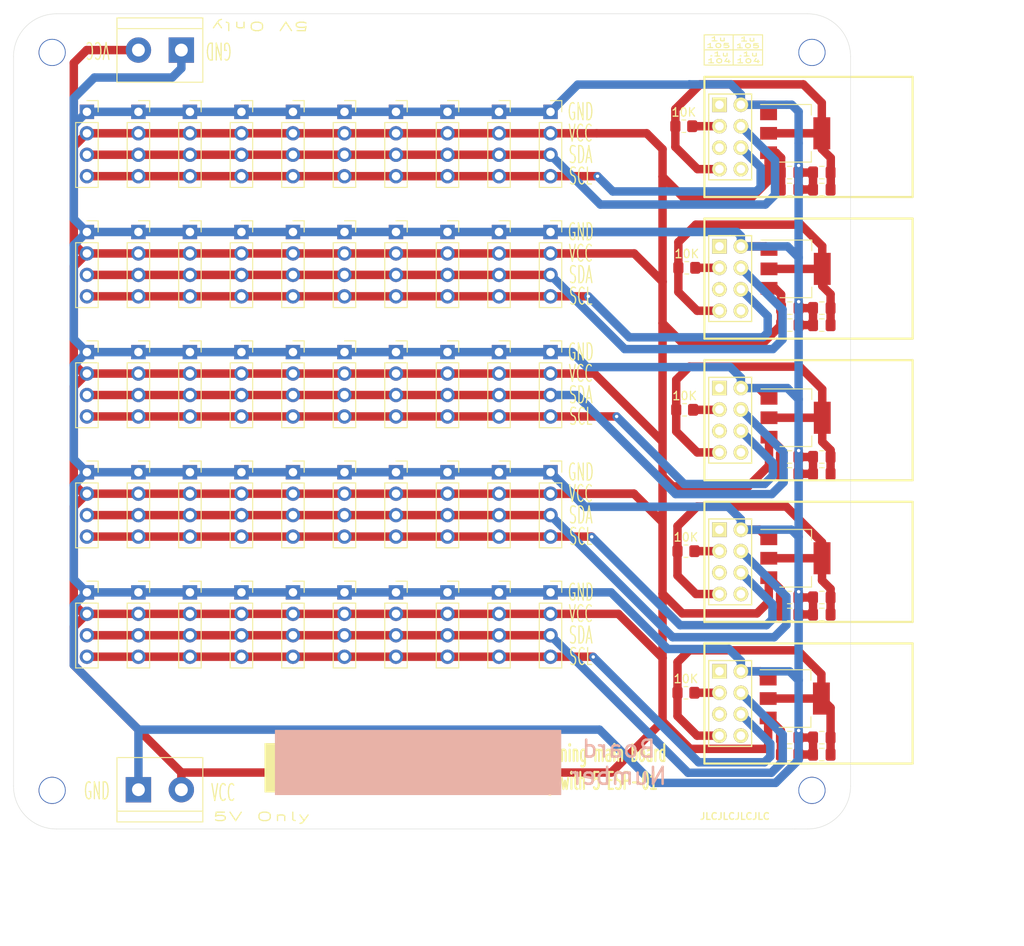
<source format=kicad_pcb>
(kicad_pcb (version 20211014) (generator pcbnew)
  (layers (0 "F.Cu" signal) (31 "B.Cu" signal) (34 "B.Paste" user) (35 "F.Paste" user) (36 "B.SilkS" user "B.Silkscreen") (37 "F.SilkS" user "F.Silkscreen") (38 "B.Mask" user) (39 "F.Mask" user) (44 "Edge.Cuts" user))
  (net 0 "")
  (net 1 "VCC")
  (net 2 "GND")
  (net 3 "ESP01_~{3.3V}_01")
  (net 4 "ESP01_~{3.3V}_02")
  (net 5 "ESP01_~{3.3V}_03")
  (net 6 "ESP01_~{3.3V}_04")
  (net 7 "ESP01_~{3.3V}_05")
  (net 8 "ESP01_01_SCL")
  (net 9 "ESP01_01_SDA")
  (net 10 "ESP01_02_SCL")
  (net 11 "ESP01_02_SDA")
  (net 12 "ESP01_03_SCL")
  (net 13 "ESP01_03_SDA")
  (net 14 "ESP01_04_SCL")
  (net 15 "ESP01_04_SDA")
  (net 16 "ESP01_05_SCL")
  (net 17 "ESP01_05_SDA")
  (net 18 "Net-(R1-Pad1)")
  (net 19 "Net-(R2-Pad1)")
  (net 20 "Net-(R3-Pad1)")
  (net 21 "Net-(R4-Pad1)")
  (net 22 "Net-(R5-Pad1)")
  (net 23 "Net-(U1-Pad8)")
  (net 24 "Net-(U1-Pad5)")
  (net 25 "Net-(U2-Pad8)")
  (net 26 "Net-(U2-Pad5)")
  (net 27 "Net-(U3-Pad8)")
  (net 28 "Net-(U3-Pad5)")
  (net 29 "Net-(U4-Pad8)")
  (net 30 "Net-(U4-Pad5)")
  (net 31 "Net-(U5-Pad8)")
  (net 32 "Net-(U5-Pad5)")
  (net 33 "Net-(U1-Pad1)")
  (net 34 "Net-(U2-Pad1)")
  (net 35 "Net-(U3-Pad1)")
  (net 36 "Net-(U4-Pad1)")
  (net 37 "Net-(U5-Pad1)")
  (footprint "Connector_PinSocket_2.54mm:PinSocket_1x04_P2.54mm_Vertical" (layer "F.Cu") (at 229.6668 31.9278)
    (fp_text reference "J1" hide)
    (fp_text value "Conn_T84a")
  )
  (footprint "Connector_PinSocket_2.54mm:PinSocket_1x04_P2.54mm_Vertical" (layer "F.Cu") (at 223.5708 31.9278)
    (fp_text reference "J2" hide)
    (fp_text value "Conn_T84a")
  )
  (footprint "Connector_PinSocket_2.54mm:PinSocket_1x04_P2.54mm_Vertical" (layer "F.Cu") (at 217.4748 31.9278)
    (fp_text reference "J3" hide)
    (fp_text value "Conn_T84a")
  )
  (footprint "Connector_PinSocket_2.54mm:PinSocket_1x04_P2.54mm_Vertical" (layer "F.Cu") (at 211.3788 31.9278)
    (fp_text reference "J4" hide)
    (fp_text value "Conn_T84a")
  )
  (footprint "Connector_PinSocket_2.54mm:PinSocket_1x04_P2.54mm_Vertical" (layer "F.Cu") (at 205.2828 31.9278)
    (fp_text reference "J5" hide)
    (fp_text value "Conn_T84a")
  )
  (footprint "Connector_PinSocket_2.54mm:PinSocket_1x04_P2.54mm_Vertical" (layer "F.Cu") (at 199.1868 31.9278)
    (fp_text reference "J6" hide)
    (fp_text value "Conn_T84a")
  )
  (footprint "Connector_PinSocket_2.54mm:PinSocket_1x04_P2.54mm_Vertical" (layer "F.Cu") (at 193.0908 31.9278)
    (fp_text reference "J7" hide)
    (fp_text value "Conn_T84a")
  )
  (footprint "Connector_PinSocket_2.54mm:PinSocket_1x04_P2.54mm_Vertical" (layer "F.Cu") (at 186.9948 31.9278)
    (fp_text reference "J8" hide)
    (fp_text value "Conn_T84a")
  )
  (footprint "Connector_PinSocket_2.54mm:PinSocket_1x04_P2.54mm_Vertical" (layer "F.Cu") (at 180.8988 31.9278)
    (fp_text reference "J9" hide)
    (fp_text value "Conn_T84a")
  )
  (footprint "Connector_PinSocket_2.54mm:PinSocket_1x04_P2.54mm_Vertical" (layer "F.Cu") (at 174.8028 31.9278)
    (fp_text reference "J10" hide)
    (fp_text value "Conn_T84a")
  )
  (footprint "Connector_PinSocket_2.54mm:PinSocket_1x04_P2.54mm_Vertical" (layer "F.Cu") (at 229.6668 46.1518)
    (fp_text reference "J12" hide)
    (fp_text value "Conn_T84a")
  )
  (footprint "Connector_PinSocket_2.54mm:PinSocket_1x04_P2.54mm_Vertical" (layer "F.Cu") (at 223.5708 46.1518)
    (fp_text reference "J13" hide)
    (fp_text value "Conn_T84a")
  )
  (footprint "Connector_PinSocket_2.54mm:PinSocket_1x04_P2.54mm_Vertical" (layer "F.Cu") (at 217.4748 46.1518)
    (fp_text reference "J14" hide)
    (fp_text value "Conn_T84a")
  )
  (footprint "Connector_PinSocket_2.54mm:PinSocket_1x04_P2.54mm_Vertical" (layer "F.Cu") (at 211.3788 46.1518)
    (fp_text reference "J15" hide)
    (fp_text value "Conn_T84a")
  )
  (footprint "Connector_PinSocket_2.54mm:PinSocket_1x04_P2.54mm_Vertical" (layer "F.Cu") (at 205.2828 46.1518)
    (fp_text reference "J16" hide)
    (fp_text value "Conn_T84a")
  )
  (footprint "Connector_PinSocket_2.54mm:PinSocket_1x04_P2.54mm_Vertical" (layer "F.Cu") (at 199.1868 46.1518)
    (fp_text reference "J17" hide)
    (fp_text value "Conn_T84a")
  )
  (footprint "Connector_PinSocket_2.54mm:PinSocket_1x04_P2.54mm_Vertical" (layer "F.Cu") (at 193.0908 46.1518)
    (fp_text reference "J18" hide)
    (fp_text value "Conn_T84a")
  )
  (footprint "Connector_PinSocket_2.54mm:PinSocket_1x04_P2.54mm_Vertical" (layer "F.Cu") (at 186.9948 46.1518)
    (fp_text reference "J19" hide)
    (fp_text value "Conn_T84a")
  )
  (footprint "Connector_PinSocket_2.54mm:PinSocket_1x04_P2.54mm_Vertical" (layer "F.Cu") (at 180.8988 46.1518)
    (fp_text reference "J20" hide)
    (fp_text value "Conn_T84a")
  )
  (footprint "Connector_PinSocket_2.54mm:PinSocket_1x04_P2.54mm_Vertical" (layer "F.Cu") (at 174.8028 46.1518)
    (fp_text reference "J21" hide)
    (fp_text value "Conn_T84a")
  )
  (footprint "Connector_PinSocket_2.54mm:PinSocket_1x04_P2.54mm_Vertical" (layer "F.Cu") (at 229.6668 60.3758)
    (fp_text reference "J23" hide)
    (fp_text value "Conn_T84a")
  )
  (footprint "Connector_PinSocket_2.54mm:PinSocket_1x04_P2.54mm_Vertical" (layer "F.Cu") (at 223.5708 60.3758)
    (fp_text reference "J24" hide)
    (fp_text value "Conn_T84a")
  )
  (footprint "Connector_PinSocket_2.54mm:PinSocket_1x04_P2.54mm_Vertical" (layer "F.Cu") (at 217.4748 60.3758)
    (fp_text reference "J25" hide)
    (fp_text value "Conn_T84a")
  )
  (footprint "Connector_PinSocket_2.54mm:PinSocket_1x04_P2.54mm_Vertical" (layer "F.Cu") (at 211.3788 60.3758)
    (fp_text reference "J26" hide)
    (fp_text value "Conn_T84a")
  )
  (footprint "Connector_PinSocket_2.54mm:PinSocket_1x04_P2.54mm_Vertical" (layer "F.Cu") (at 205.2828 60.3758)
    (fp_text reference "J27" hide)
    (fp_text value "Conn_T84a")
  )
  (footprint "Connector_PinSocket_2.54mm:PinSocket_1x04_P2.54mm_Vertical" (layer "F.Cu") (at 199.1868 60.3758)
    (fp_text reference "J28" hide)
    (fp_text value "Conn_T84a")
  )
  (footprint "Connector_PinSocket_2.54mm:PinSocket_1x04_P2.54mm_Vertical" (layer "F.Cu") (at 193.0908 60.3758)
    (fp_text reference "J29" hide)
    (fp_text value "Conn_T84a")
  )
  (footprint "Connector_PinSocket_2.54mm:PinSocket_1x04_P2.54mm_Vertical" (layer "F.Cu") (at 186.9948 60.3758)
    (fp_text reference "J30" hide)
    (fp_text value "Conn_T84a")
  )
  (footprint "Connector_PinSocket_2.54mm:PinSocket_1x04_P2.54mm_Vertical" (layer "F.Cu") (at 180.8988 60.3758)
    (fp_text reference "J31" hide)
    (fp_text value "Conn_T84a")
  )
  (footprint "Connector_PinSocket_2.54mm:PinSocket_1x04_P2.54mm_Vertical" (layer "F.Cu") (at 174.8028 60.3758)
    (fp_text reference "J32" hide)
    (fp_text value "Conn_T84a")
  )
  (footprint "Connector_PinSocket_2.54mm:PinSocket_1x04_P2.54mm_Vertical" (layer "F.Cu") (at 229.6668 74.5998)
    (fp_text reference "J34" hide)
    (fp_text value "Conn_T84a")
  )
  (footprint "Connector_PinSocket_2.54mm:PinSocket_1x04_P2.54mm_Vertical" (layer "F.Cu") (at 223.5708 74.5998)
    (fp_text reference "J35" hide)
    (fp_text value "Conn_T84a")
  )
  (footprint "Connector_PinSocket_2.54mm:PinSocket_1x04_P2.54mm_Vertical" (layer "F.Cu") (at 217.4748 74.5998)
    (fp_text reference "J36" hide)
    (fp_text value "Conn_T84a")
  )
  (footprint "Connector_PinSocket_2.54mm:PinSocket_1x04_P2.54mm_Vertical" (layer "F.Cu") (at 211.3788 74.5998)
    (fp_text reference "J37" hide)
    (fp_text value "Conn_T84a")
  )
  (footprint "Connector_PinSocket_2.54mm:PinSocket_1x04_P2.54mm_Vertical" (layer "F.Cu") (at 205.2828 74.5998)
    (fp_text reference "J38" hide)
    (fp_text value "Conn_T84a")
  )
  (footprint "Connector_PinSocket_2.54mm:PinSocket_1x04_P2.54mm_Vertical" (layer "F.Cu") (at 199.1868 74.5998)
    (fp_text reference "J39" hide)
    (fp_text value "Conn_T84a")
  )
  (footprint "Connector_PinSocket_2.54mm:PinSocket_1x04_P2.54mm_Vertical" (layer "F.Cu") (at 193.0908 74.5998)
    (fp_text reference "J40" hide)
    (fp_text value "Conn_T84a")
  )
  (footprint "Connector_PinSocket_2.54mm:PinSocket_1x04_P2.54mm_Vertical" (layer "F.Cu") (at 186.9948 74.5998)
    (fp_text reference "J41" hide)
    (fp_text value "Conn_T84a")
  )
  (footprint "Connector_PinSocket_2.54mm:PinSocket_1x04_P2.54mm_Vertical" (layer "F.Cu") (at 180.8988 74.5998)
    (fp_text reference "J42" hide)
    (fp_text value "Conn_T84a")
  )
  (footprint "Connector_PinSocket_2.54mm:PinSocket_1x04_P2.54mm_Vertical" (layer "F.Cu") (at 174.8028 74.5998)
    (fp_text reference "J43" hide)
    (fp_text value "Conn_T84a")
  )
  (footprint "Connector_PinSocket_2.54mm:PinSocket_1x04_P2.54mm_Vertical" (layer "F.Cu") (at 229.6668 88.8238)
    (fp_text reference "J45" hide)
    (fp_text value "Conn_T84a")
  )
  (footprint "Connector_PinSocket_2.54mm:PinSocket_1x04_P2.54mm_Vertical" (layer "F.Cu") (at 223.5708 88.8238)
    (fp_text reference "J46" hide)
    (fp_text value "Conn_T84a")
  )
  (footprint "Connector_PinSocket_2.54mm:PinSocket_1x04_P2.54mm_Vertical" (layer "F.Cu") (at 217.4748 88.8238)
    (fp_text reference "J47" hide)
    (fp_text value "Conn_T84a")
  )
  (footprint "Connector_PinSocket_2.54mm:PinSocket_1x04_P2.54mm_Vertical" (layer "F.Cu") (at 211.3788 88.8238)
    (fp_text reference "J48" hide)
    (fp_text value "Conn_T84a")
  )
  (footprint "Connector_PinSocket_2.54mm:PinSocket_1x04_P2.54mm_Vertical" (layer "F.Cu") (at 205.2828 88.8238)
    (fp_text reference "J49" hide)
    (fp_text value "Conn_T84a")
  )
  (footprint "Connector_PinSocket_2.54mm:PinSocket_1x04_P2.54mm_Vertical" (layer "F.Cu") (at 199.1868 88.8238)
    (fp_text reference "J50" hide)
    (fp_text value "Conn_T84a")
  )
  (footprint "Connector_PinSocket_2.54mm:PinSocket_1x04_P2.54mm_Vertical" (layer "F.Cu") (at 193.0908 88.8238)
    (fp_text reference "J51" hide)
    (fp_text value "Conn_T84a")
  )
  (footprint "Connector_PinSocket_2.54mm:PinSocket_1x04_P2.54mm_Vertical" (layer "F.Cu") (at 186.9948 88.8238)
    (fp_text reference "J52" hide)
    (fp_text value "Conn_T84a")
  )
  (footprint "Connector_PinSocket_2.54mm:PinSocket_1x04_P2.54mm_Vertical" (layer "F.Cu") (at 180.8988 88.8238)
    (fp_text reference "J53" hide)
    (fp_text value "Conn_T84a")
  )
  (footprint "Connector_PinSocket_2.54mm:PinSocket_1x04_P2.54mm_Vertical" (layer "F.Cu") (at 174.8028 88.8238)
    (fp_text reference "J54" hide)
    (fp_text value "Conn_T84a")
  )
  (footprint "TerminalBlock:TerminalBlock_bornier-2_P5.08mm" (layer "F.Cu") (at 180.8988 112.1918)
    (fp_text reference "J56" hide)
    (fp_text value "Conn_Power")
  )
  (footprint "LOGO:Ham_FULL_LOGO" (layer "F.Cu") (at 199.6948 106.0958)
    (fp_text reference "REF**" hide)
    (fp_text value "Ham LOGO" hide)
  )
  (footprint "Capacitor_SMD:C_0805_2012Metric_Pad1.18x1.45mm_HandSolder" (layer "F.Cu") (at 257.9585 41.1226)
    (fp_text reference "C1" hide)
    (fp_text value "0.1u")
  )
  (footprint "Capacitor_SMD:C_0805_2012Metric_Pad1.18x1.45mm_HandSolder" (layer "F.Cu") (at 257.9624 39.116)
    (fp_text reference "C2" hide)
    (fp_text value "1u")
  )
  (footprint "Capacitor_SMD:C_0805_2012Metric_Pad1.18x1.45mm_HandSolder" (layer "F.Cu") (at 261.7724 39.116 180)
    (fp_text reference "C3" hide)
    (fp_text value "1u")
  )
  (footprint "Capacitor_SMD:C_0805_2012Metric_Pad1.18x1.45mm_HandSolder" (layer "F.Cu") (at 261.7724 41.1226 180)
    (fp_text reference "C4" hide)
    (fp_text value "0.1u")
  )
  (footprint "Capacitor_SMD:C_0805_2012Metric_Pad1.18x1.45mm_HandSolder" (layer "F.Cu") (at 257.9878 57.1754)
    (fp_text reference "C5" hide)
    (fp_text value "0.1u")
  )
  (footprint "Capacitor_SMD:C_0805_2012Metric_Pad1.18x1.45mm_HandSolder" (layer "F.Cu") (at 257.9878 55.1688)
    (fp_text reference "C6" hide)
    (fp_text value "1u")
  )
  (footprint "Capacitor_SMD:C_0805_2012Metric_Pad1.18x1.45mm_HandSolder" (layer "F.Cu") (at 261.7724 55.1688 180)
    (fp_text reference "C7" hide)
    (fp_text value "1u")
  )
  (footprint "Capacitor_SMD:C_0805_2012Metric_Pad1.18x1.45mm_HandSolder" (layer "F.Cu") (at 261.7724 57.1754 180)
    (fp_text reference "C8" hide)
    (fp_text value "0.1u")
  )
  (footprint "Capacitor_SMD:C_0805_2012Metric_Pad1.18x1.45mm_HandSolder" (layer "F.Cu") (at 257.9609 74.7929)
    (fp_text reference "C9" hide)
    (fp_text value "0.1u")
  )
  (footprint "Capacitor_SMD:C_0805_2012Metric_Pad1.18x1.45mm_HandSolder" (layer "F.Cu") (at 257.9624 72.7964)
    (fp_text reference "C10" hide)
    (fp_text value "1u")
  )
  (footprint "Capacitor_SMD:C_0805_2012Metric_Pad1.18x1.45mm_HandSolder" (layer "F.Cu") (at 261.7724 72.7964 180)
    (fp_text reference "C11" hide)
    (fp_text value "1u")
  )
  (footprint "Capacitor_SMD:C_0805_2012Metric_Pad1.18x1.45mm_HandSolder" (layer "F.Cu") (at 261.7724 74.803 180)
    (fp_text reference "C12" hide)
    (fp_text value "0.1u")
  )
  (footprint "Capacitor_SMD:C_0805_2012Metric_Pad1.18x1.45mm_HandSolder" (layer "F.Cu") (at 257.9624 91.44)
    (fp_text reference "C13" hide)
    (fp_text value "0.1u")
  )
  (footprint "Capacitor_SMD:C_0805_2012Metric_Pad1.18x1.45mm_HandSolder" (layer "F.Cu") (at 257.9624 89.4334)
    (fp_text reference "C14" hide)
    (fp_text value "1u")
  )
  (footprint "Capacitor_SMD:C_0805_2012Metric_Pad1.18x1.45mm_HandSolder" (layer "F.Cu") (at 261.7724 89.4334 180)
    (fp_text reference "C15" hide)
    (fp_text value "1u")
  )
  (footprint "Capacitor_SMD:C_0805_2012Metric_Pad1.18x1.45mm_HandSolder" (layer "F.Cu") (at 261.7724 91.44 180)
    (fp_text reference "C16" hide)
    (fp_text value "0.1u")
  )
  (footprint "Capacitor_SMD:C_0805_2012Metric_Pad1.18x1.45mm_HandSolder" (layer "F.Cu") (at 257.9624 108.0262)
    (fp_text reference "C17" hide)
    (fp_text value "0.1u")
  )
  (footprint "Capacitor_SMD:C_0805_2012Metric_Pad1.18x1.45mm_HandSolder" (layer "F.Cu") (at 257.9691 106.0205)
    (fp_text reference "C18" hide)
    (fp_text value "1u")
  )
  (footprint "Capacitor_SMD:C_0805_2012Metric_Pad1.18x1.45mm_HandSolder" (layer "F.Cu") (at 261.7724 106.0196 180)
    (fp_text reference "C19" hide)
    (fp_text value "1u")
  )
  (footprint "Capacitor_SMD:C_0805_2012Metric_Pad1.18x1.45mm_HandSolder" (layer "F.Cu") (at 261.7724 108.0262 180)
    (fp_text reference "C20" hide)
    (fp_text value "0.1u")
  )
  (footprint "TerminalBlock:TerminalBlock_bornier-2_P5.08mm" (layer "F.Cu") (at 185.9788 24.6126 180)
    (fp_text reference "J57" hide)
    (fp_text value "Conn_Power")
  )
  (footprint "Resistor_SMD:R_0805_2012Metric_Pad1.20x1.40mm_HandSolder" (layer "F.Cu") (at 245.4402 33.6296 180)
    (fp_text reference "R1" hide)
    (fp_text value "10K")
  )
  (footprint "Resistor_SMD:R_0805_2012Metric_Pad1.20x1.40mm_HandSolder" (layer "F.Cu") (at 245.7958 50.3936 180)
    (fp_text reference "R2" hide)
    (fp_text value "10K")
  )
  (footprint "Resistor_SMD:R_0805_2012Metric_Pad1.20x1.40mm_HandSolder" (layer "F.Cu") (at 245.5418 67.2084 180)
    (fp_text reference "R3" hide)
    (fp_text value "10K")
  )
  (footprint "Resistor_SMD:R_0805_2012Metric_Pad1.20x1.40mm_HandSolder" (layer "F.Cu") (at 245.6942 83.947 180)
    (fp_text reference "R4" hide)
    (fp_text value "10K")
  )
  (footprint "Resistor_SMD:R_0805_2012Metric_Pad1.20x1.40mm_HandSolder" (layer "F.Cu") (at 245.6942 100.711 180)
    (fp_text reference "R5" hide)
    (fp_text value "10K")
  )
  (footprint "ESP8266:ESP-01" (layer "F.Cu") (at 249.6566 31.0896)
    (fp_text reference "U1" hide)
    (fp_text value "ESP-01v090")
  )
  (footprint "ESP8266:ESP-01" (layer "F.Cu") (at 249.6566 47.85995)
    (fp_text reference "U2" hide)
    (fp_text value "ESP-01v090")
  )
  (footprint "ESP8266:ESP-01" (layer "F.Cu") (at 249.6566 64.6303)
    (fp_text reference "U3" hide)
    (fp_text value "ESP-01v090")
  )
  (footprint "ESP8266:ESP-01" (layer "F.Cu") (at 249.6566 81.40065)
    (fp_text reference "U4" hide)
    (fp_text value "ESP-01v090")
  )
  (footprint "ESP8266:ESP-01" (layer "F.Cu") (at 249.6566 98.171)
    (fp_text reference "U5" hide)
    (fp_text value "ESP-01v090")
  )
  (footprint "Package_TO_SOT_SMD:SOT-223-3_TabPin2" (layer "F.Cu") (at 258.6228 34.4678)
    (fp_text reference "U6" hide)
    (fp_text value "AMS1117-3.3")
  )
  (footprint "Package_TO_SOT_SMD:SOT-223-3_TabPin2" (layer "F.Cu") (at 258.6736 50.5206)
    (fp_text reference "U7" hide)
    (fp_text value "AMS1117-3.3")
  )
  (footprint "Package_TO_SOT_SMD:SOT-223-3_TabPin2" (layer "F.Cu") (at 258.6736 68.1482)
    (fp_text reference "U8" hide)
    (fp_text value "AMS1117-3.3")
  )
  (footprint "Package_TO_SOT_SMD:SOT-223-3_TabPin2" (layer "F.Cu") (at 258.6482 84.7852)
    (fp_text reference "U9" hide)
    (fp_text value "AMS1117-3.3")
  )
  (footprint "Package_TO_SOT_SMD:SOT-223-3_TabPin2" (layer "F.Cu") (at 258.572 101.3968)
    (fp_text reference "U10" hide)
    (fp_text value "AMS1117-3.3")
  )
  (gr_poly (pts (xy 230.886 112.776) (xy 197.104 112.776) (xy 197.104 105.156) (xy 230.886 105.156)) (layer "B.SilkS") (width 0.1) (fill solid))
  (gr_line (start 247.8532 26.3906) (end 247.8532 22.8092) (layer "F.SilkS") (width 0.12))
  (gr_line (start 247.8532 22.8092) (end 254.762 22.8092) (layer "F.SilkS") (width 0.12))
  (gr_line (start 251.2822 22.8092) (end 251.2822 26.3906) (layer "F.SilkS") (width 0.12))
  (gr_line (start 254.762 26.3906) (end 247.8532 26.3906) (layer "F.SilkS") (width 0.12))
  (gr_line (start 247.8532 24.5872) (end 254.762 24.5872) (layer "F.SilkS") (width 0.12))
  (gr_line (start 254.762 22.8092) (end 254.762 26.3906) (layer "F.SilkS") (width 0.12))
  (gr_arc (start 171.196 116.84) (mid 167.603898 115.352102) (end 166.116 111.76) (layer "Edge.Cuts") (width 0.05))
  (gr_arc (start 265.176 111.76) (mid 263.688102 115.352102) (end 260.096 116.84) (layer "Edge.Cuts") (width 0.05))
  (gr_arc (start 166.116 25.4) (mid 167.603898 21.807898) (end 171.196 20.32) (layer "Edge.Cuts") (width 0.05))
  (gr_line (start 258.572 116.84) (end 171.196 116.84) (layer "Edge.Cuts") (width 0.05))
  (gr_line (start 265.176 111.76) (end 265.176 25.4) (layer "Edge.Cuts") (width 0.05))
  (gr_line (start 258.572 116.84) (end 260.096 116.84) (layer "Edge.Cuts") (width 0.05))
  (gr_arc (start 260.096 20.32) (mid 263.688102 21.807898) (end 265.176 25.4) (layer "Edge.Cuts") (width 0.05))
  (gr_line (start 260.096 20.32) (end 171.196 20.32) (layer "Edge.Cuts") (width 0.05))
  (gr_line (start 166.116 111.76) (end 166.116 25.4) (layer "Edge.Cuts") (width 0.05))
  (gr_text "Board\nNumber" (at 237.744 108.966) (layer "B.SilkS") (effects (font (size 2 2) (thickness 0.3)) (justify mirror)))
  (gr_text "GND" (at 233.2508 88.8218) (layer "F.SilkS") (effects (font (size 2 1))))
  (gr_text "SDA" (at 233.2508 93.9018) (layer "F.SilkS") (effects (font (size 2 1))))
  (gr_text "SCL" (at 233.2508 96.4418) (layer "F.SilkS") (effects (font (size 2 1))))
  (gr_text "VCC" (at 233.2508 91.3618) (layer "F.SilkS") (effects (font (size 2 1))))
  (gr_text ".1u\n104" (at 253.0856 25.5016) (layer "F.SilkS") (effects (font (size 0.5 1) (thickness 0.125))))
  (gr_text "GND" (at 233.2228 31.9278) (layer "F.SilkS") (effects (font (size 2 1))))
  (gr_text "GND" (at 175.9712 112.3442) (layer "F.SilkS") (effects (font (size 2 1))))
  (gr_text "GND" (at 233.2508 46.1498) (layer "F.SilkS") (effects (font (size 2 1))))
  (gr_text "VCC" (at 233.2508 62.9138) (layer "F.SilkS") (effects (font (size 2 1))))
  (gr_text "SDA" (at 233.2228 37.0078) (layer "F.SilkS") (effects (font (size 2 1))))
  (gr_text "GND" (at 190.3984 24.7101 180) (layer "F.SilkS") (effects (font (size 2 1))))
  (gr_text "JLCJLCJLCJLC" (at 251.4854 115.3414) (layer "F.SilkS") (effects (font (size 0.8 0.8))))
  (gr_text ".1u\n104" (at 249.6312 25.5016) (layer "F.SilkS") (effects (font (size 0.5 1) (thickness 0.125))))
  (gr_text "SDA" (at 233.2508 79.6778) (layer "F.SilkS") (effects (font (size 2 1))))
  (gr_text "SDA" (at 233.2508 65.4538) (layer "F.SilkS") (effects (font (size 2 1))))
  (gr_text "SCL" (at 233.2508 53.7698) (layer "F.SilkS") (effects (font (size 2 1))))
  (gr_text "50 blade multi-core mining main board" (at 227.8888 107.8738) (layer "F.SilkS") (effects (font (size 2 1) (thickness 0.25))))
  (gr_text "GND" (at 233.2508 60.3738) (layer "F.SilkS") (effects (font (size 2 1))))
  (gr_text "VCC" (at 190.9318 112.5474) (layer "F.SilkS") (effects (font (size 2 1))))
  (gr_text "VCC" (at 233.2508 48.6898) (layer "F.SilkS") (effects (font (size 2 1))))
  (gr_text "GND" (at 233.2508 74.5978) (layer "F.SilkS") (effects (font (size 2 1))))
  (gr_text "VCC" (at 233.2228 34.4678) (layer "F.SilkS") (effects (font (size 2 1))))
  (gr_text "Max 50 Core to mining with 5 ESP-01" (at 227.3808 111.1758) (layer "F.SilkS") (effects (font (size 2 1) (thickness 0.25))))
  (gr_text "SCL" (at 233.2508 82.2178) (layer "F.SilkS") (effects (font (size 2 1))))
  (gr_text "VCC" (at 233.2508 77.1378) (layer "F.SilkS") (effects (font (size 2 1))))
  (gr_text "SCL" (at 233.2228 39.5478) (layer "F.SilkS") (effects (font (size 2 1))))
  (gr_text "VCC" (at 176.0728 24.638 180) (layer "F.SilkS") (effects (font (size 2 1))))
  (gr_text "1u\n105" (at 249.5296 23.6982) (layer "F.SilkS") (effects (font (size 0.5 1) (thickness 0.125))))
  (gr_text "5V Only" (at 195.453 115.3922) (layer "F.SilkS") (effects (font (size 1 2))))
  (gr_text "5V Only" (at 195.3006 21.7678 180) (layer "F.SilkS") (effects (font (size 1 2))))
  (gr_text "1u\n105" (at 253.0348 23.7236) (layer "F.SilkS") (effects (font (size 0.5 1) (thickness 0.125))))
  (gr_text "SCL" (at 233.2508 67.9938) (layer "F.SilkS") (effects (font (size 2 1))))
  (gr_text "SDA" (at 233.2508 51.2298) (layer "F.SilkS") (effects (font (size 2 1))))
  (via (at 260.604 24.892) (size 3.2) (drill 3) (layers "F.Cu" "B.Cu") (net 0))
  (via (at 170.688 24.892) (size 3.2) (drill 3) (layers "F.Cu" "B.Cu") (net 0))
  (via (at 260.604 112.268) (size 3.2) (drill 3) (layers "F.Cu" "B.Cu") (net 0))
  (via (at 170.688 112.268) (size 3.2) (drill 3) (layers "F.Cu" "B.Cu") (net 0))
  (segment (start 173.252799 78.689801) (end 173.252799 90.233801) (width 1) (layer "F.Cu") (net 1))
  (segment (start 255.5236 73.8128) (end 253.0602 76.2762) (width 1) (layer "F.Cu") (net 1))
  (segment (start 254.7913 59.3344) (end 245.3132 59.3344) (width 1) (layer "F.Cu") (net 1))
  (segment (start 256.9249 89.4334) (end 256.9249 91.44) (width 1) (layer "F.Cu") (net 1))
  (segment (start 174.8028 77.1398) (end 229.6668 77.1398) (width 1) (layer "F.Cu") (net 1))
  (segment (start 174.382798 91.3638) (end 174.8028 91.3638) (width 1) (layer "F.Cu") (net 1))
  (segment (start 256.9316 106.0205) (end 256.9316 108.0195) (width 1) (layer "F.Cu") (net 1))
  (segment (start 173.252799 97.433799) (end 185.9788 110.1598) (width 1) (layer "F.Cu") (net 1))
  (segment (start 256.2238 52.8206) (end 256.9503 53.5471) (width 1) (layer "F.Cu") (net 1))
  (segment (start 174.8028 34.4678) (end 229.6668 34.4678) (width 1) (layer "F.Cu") (net 1))
  (segment (start 173.252799 36.017801) (end 173.252799 26.137201) (width 1) (layer "F.Cu") (net 1))
  (segment (start 245.2624 91.313) (end 242.9256 88.9762) (width 1) (layer "F.Cu") (net 1))
  (segment (start 174.8028 77.1398) (end 173.252799 78.689801) (width 1) (layer "F.Cu") (net 1))
  (segment (start 235.1278 34.4678) (end 229.6668 34.4678) (width 1) (layer "F.Cu") (net 1))
  (segment (start 253.0602 76.2762) (end 244.1194 76.2762) (width 1) (layer "F.Cu") (net 1))
  (segment (start 242.7732 70.8406) (end 234.8484 62.9158) (width 1) (layer "F.Cu") (net 1))
  (segment (start 173.252799 61.785801) (end 174.382798 62.9158) (width 1) (layer "F.Cu") (net 1))
  (segment (start 256.9249 37.3673) (end 256.9249 39.116) (width 1) (layer "F.Cu") (net 1))
  (segment (start 232.283 77.1398) (end 229.6668 77.1398) (width 1) (layer "F.Cu") (net 1))
  (segment (start 174.382798 77.1398) (end 174.8028 77.1398) (width 1) (layer "F.Cu") (net 1))
  (segment (start 255.422 103.6968) (end 255.422 107.1376) (width 1) (layer "F.Cu") (net 1))
  (segment (start 245.3132 59.3344) (end 242.9256 56.9468) (width 1) (layer "F.Cu") (net 1))
  (segment (start 174.8028 91.3638) (end 217.228802 91.3638) (width 1) (layer "F.Cu") (net 1))
  (segment (start 256.9503 53.5471) (end 256.9503 55.1688) (width 1) (layer "F.Cu") (net 1))
  (segment (start 242.9256 75.0824) (end 242.9256 56.9468) (width 1) (layer "F.Cu") (net 1))
  (segment (start 239.5728 48.6918) (end 242.9256 52.0446) (width 1) (layer "F.Cu") (net 1))
  (segment (start 174.8028 34.4678) (end 173.252799 36.017801) (width 1) (layer "F.Cu") (net 1))
  (segment (start 174.8028 62.9158) (end 173.252799 64.465801) (width 1) (layer "F.Cu") (net 1))
  (segment (start 255.4728 40.0562) (end 255.4728 36.7678) (width 1) (layer "F.Cu") (net 1))
  (segment (start 255.5236 52.8206) (end 256.2238 52.8206) (width 1) (layer "F.Cu") (net 1))
  (segment (start 239.5474 77.1398) (end 232.283 77.1398) (width 1) (layer "F.Cu") (net 1))
  (segment (start 242.9256 52.0446) (end 242.9256 39.5986) (width 1) (layer "F.Cu") (net 1))
  (segment (start 174.8028 48.6918) (end 173.252799 50.241801) (width 1) (layer "F.Cu") (net 1))
  (segment (start 255.4728 36.7678) (end 256.3508 36.7678) (width 1) (layer "F.Cu") (net 1))
  (segment (start 255.4982 89.9164) (end 254.1016 91.313) (width 1) (layer "F.Cu") (net 1))
  (segment (start 256.9316 106.0205) (end 256.9316 105.2064) (width 1) (layer "F.Cu") (net 1))
  (segment (start 256.9249 89.4334) (end 256.9249 88.5119) (width 1) (layer "F.Cu") (net 1))
  (segment (start 174.8028 91.3638) (end 173.252799 92.913801) (width 1) (layer "F.Cu") (net 1))
  (segment (start 245.4402 42.1132) (end 242.9256 39.5986) (width 1) (layer "F.Cu") (net 1))
  (segment (start 255.422 107.1376) (end 255.204999 107.354601) (width 1) (layer "F.Cu") (net 1))
  (segment (start 173.252799 76.009801) (end 174.382798 77.1398) (width 1) (layer "F.Cu") (net 1))
  (segment (start 256.9249 39.116) (end 256.9249 41.1187) (width 1) (layer "F.Cu") (net 1))
  (segment (start 173.252799 47.561801) (end 174.382798 48.6918) (width 1) (layer "F.Cu") (net 1))
  (segment (start 217.228802 91.3638) (end 229.6668 91.3638) (width 1) (layer "F.Cu") (net 1))
  (segment (start 256.9503 57.1754) (end 254.7913 59.3344) (width 1) (layer "F.Cu") (net 1))
  (segment (start 229.6668 48.6918) (end 239.5728 48.6918) (width 1) (layer "F.Cu") (net 1))
  (segment (start 254.1016 91.313) (end 245.2624 91.313) (width 1) (layer "F.Cu") (net 1))
  (segment (start 242.9256 56.9468) (end 242.9256 52.0446) (width 1) (layer "F.Cu") (net 1))
  (segment (start 256.9249 71.8495) (end 255.5236 70.4482) (width 1) (layer "F.Cu") (net 1))
  (segment (start 256.9316 105.2064) (end 255.422 103.6968) (width 1) (layer "F.Cu") (net 1))
  (segment (start 255.4982 87.0852) (end 255.4982 89.9164) (width 1) (layer "F.Cu") (net 1))
  (segment (start 256.9249 88.5119) (end 255.4982 87.0852) (width 1) (layer "F.Cu") (net 1))
  (segment (start 256.9316 108.0195) (end 256.9249 108.0262) (width 1) (layer "F.Cu") (net 1))
  (segment (start 232.7148 62.9158) (end 174.8028 62.9158) (width 1) (layer "F.Cu") (net 1))
  (segment (start 173.252799 92.913801) (end 173.252799 97.433799) (width 1) (layer "F.Cu") (net 1))
  (segment (start 229.6668 48.6918) (end 230.868881 48.6918) (width 1) (layer "F.Cu") (net 1))
  (segment (start 256.9503 41.1187) (end 256.9464 41.1226) (width 1) (layer "F.Cu") (net 1))
  (segment (start 256.9249 74.7914) (end 256.9234 74.7929) (width 1) (layer "F.Cu") (net 1))
  (segment (start 256.3508 36.7678) (end 256.9503 37.3673) (width 1) (layer "F.Cu") (net 1))
  (segment (start 242.9256 96.5962) (end 237.6932 91.3638) (width 1) (layer "F.Cu") (net 1))
  (segment (start 173.252799 90.233801) (end 174.382798 91.3638) (width 1) (layer "F.Cu") (net 1))
  (segment (start 256.9249 72.7964) (end 256.9249 74.7914) (width 1) (layer "F.Cu") (net 1))
  (segment (start 242.9256 96.5962) (end 242.9256 88.9762) (width 1) (layer "F.Cu") (net 1))
  (segment (start 173.252799 64.465801) (end 173.252799 76.009801) (width 1) (layer "F.Cu") (net 1))
  (segment (start 242.9256 36.3474) (end 241.046 34.4678) (width 1) (layer "F.Cu") (net 1))
  (segment (start 234.8484 62.9158) (end 232.7148 62.9158) (width 1) (layer "F.Cu") (net 1))
  (segment (start 242.7732 80.3656) (end 239.5474 77.1398) (width 1) (layer "F.Cu") (net 1))
  (segment (start 256.9503 55.1688) (end 256.9503 57.1754) (width 1) (layer "F.Cu") (net 1))
  (segment (start 229.6668 91.3638) (end 232.7148 91.3638) (width 1) (layer "F.Cu") (net 1))
  (segment (start 242.9256 88.9762) (end 242.9256 75.0824) (width 1) (layer "F.Cu") (net 1))
  (segment (start 256.9503 41.0933) (end 256.9503 37.3673) (width 1) (layer "F.Cu") (net 1))
  (segment (start 255.204999 107.354601) (end 246.191001 107.354601) (width 1) (layer "F.Cu") (net 1))
  (segment (start 244.1194 76.2762) (end 242.9256 75.0824) (width 1) (layer "F.Cu") (net 1))
  (segment (start 174.7774 24.6126) (end 180.8988 24.6126) (width 1) (layer "F.Cu") (net 1))
  (segment (start 242.9256 104.0892) (end 242.9256 96.5962) (width 1) (layer "F.Cu") (net 1))
  (segment (start 229.6668 77.1398) (end 239.5474 77.1398) (width 1) (layer "F.Cu") (net 1))
  (segment (start 174.382798 62.9158) (end 174.8028 62.9158) (width 1) (layer "F.Cu") (net 1))
  (segment (start 256.921 41.1226) (end 256.9503 41.0933) (width 1) (layer "F.Cu") (net 1))
  (segment (start 174.8028 48.6918) (end 229.6668 48.6918) (width 1) (layer "F.Cu") (net 1))
  (segment (start 185.9788 110.1598) (end 185.9788 112.1918) (width 1) (layer "F.Cu") (net 1))
  (segment (start 173.252799 36.017801) (end 173.252799 47.561801) (width 1) (layer "F.Cu") (net 1))
  (segment (start 219.1258 110.1598) (end 236.855 110.1598) (width 1) (layer "F.Cu") (net 1))
  (segment (start 242.9256 39.5986) (end 242.9256 36.3474) (width 1) (layer "F.Cu") (net 1))
  (segment (start 255.5236 70.4482) (end 255.5236 73.8128) (width 1) (layer "F.Cu") (net 1))
  (segment (start 241.046 34.4678) (end 235.1278 34.4678) (width 1) (layer "F.Cu") (net 1))
  (segment (start 173.252799 50.241801) (end 173.252799 61.785801) (width 1) (layer "F.Cu") (net 1))
  (segment (start 256.9249 72.7964) (end 256.9249 71.8495) (width 1) (layer "F.Cu") (net 1))
  (segment (start 173.252799 26.137201) (end 174.7774 24.6126) (width 1) (layer "F.Cu") (net 1))
  (segment (start 174.382798 48.6918) (end 174.8028 48.6918) (width 1) (layer "F.Cu") (net 1))
  (segment (start 185.9788 110.1598) (end 219.1258 110.1598) (width 1) (layer "F.Cu") (net 1))
  (segment (start 237.6932 91.3638) (end 232.7148 91.3638) (width 1) (layer "F.Cu") (net 1))
  (segment (start 232.7148 77.1398) (end 232.283 77.1398) (width 1) (layer "F.Cu") (net 1))
  (segment (start 253.4158 42.1132) (end 255.4728 40.0562) (width 1) (layer "F.Cu") (net 1))
  (segment (start 236.855 110.1598) (end 242.9256 104.0892) (width 1) (layer "F.Cu") (net 1))
  (segment (start 246.191001 107.354601) (end 242.9256 104.0892) (width 1) (layer "F.Cu") (net 1))
  (segment (start 253.4158 42.1132) (end 245.4402 42.1132) (width 1) (layer "F.Cu") (net 1))
  (segment (start 259.0292 39.0867) (end 258.9999 39.116) (width 1) (layer "F.Cu") (net 2))
  (segment (start 258.9999 39.116) (end 258.9999 41.1187) (width 1) (layer "F.Cu") (net 2))
  (segment (start 258.9999 108.0262) (end 260.7349 108.0262) (width 1) (layer "F.Cu") (net 2))
  (segment (start 254.3057 64.6303) (end 255.5236 65.8482) (width 1) (layer "F.Cu") (net 2))
  (segment (start 260.7349 89.4334) (end 260.7349 91.44) (width 1) (layer "F.Cu") (net 2))
  (segment (start 260.7349 74.803) (end 260.7349 72.7964) (width 1) (layer "F.Cu") (net 2))
  (segment (start 258.9999 89.4334) (end 258.9999 91.44) (width 1) (layer "F.Cu") (net 2))
  (segment (start 259.0253 41.1187) (end 259.0214 41.1226) (width 1) (layer "F.Cu") (net 2))
  (segment (start 255.4728 32.1678) (end 255.4728 31.5972) (width 1) (layer "F.Cu") (net 2))
  (segment (start 259.0066 106.0205) (end 259.0066 108.0195) (width 1) (layer "F.Cu") (net 2))
  (segment (start 258.9999 72.7964) (end 258.9999 74.7914) (width 1) (layer "F.Cu") (net 2))
  (segment (start 258.996 41.1226) (end 260.7349 41.1226) (width 1) (layer "F.Cu") (net 2))
  (segment (start 255.4728 31.5972) (end 254.9652 31.0896) (width 1) (layer "F.Cu") (net 2))
  (segment (start 259.0066 106.0205) (end 260.734 106.0205) (width 1) (layer "F.Cu") (net 2))
  (segment (start 259.0066 108.0195) (end 258.9999 108.0262) (width 1) (layer "F.Cu") (net 2))
  (segment (start 258.9999 89.4334) (end 258.9999 88.7769) (width 1) (layer "F.Cu") (net 2))
  (segment (start 260.7349 39.116) (end 260.7349 41.1226) (width 1) (layer "F.Cu") (net 2))
  (segment (start 260.7349 106.0196) (end 260.7349 108.0262) (width 1) (layer "F.Cu") (net 2))
  (segment (start 254.9652 31.0896) (end 252.1966 31.0896) (width 1) (layer "F.Cu") (net 2))
  (segment (start 260.7349 91.44) (end 258.9999 91.44) (width 1) (layer "F.Cu") (net 2))
  (segment (start 259.0253 57.1754) (end 260.7349 57.1754) (width 1) (layer "F.Cu") (net 2))
  (segment (start 252.1966 98.171) (end 254.4962 98.171) (width 1) (layer "F.Cu") (net 2))
  (segment (start 259.0292 72.0344) (end 259.0292 72.7671) (width 1) (layer "F.Cu") (net 2))
  (segment (start 260.7349 55.1688) (end 260.7349 57.1754) (width 1) (layer "F.Cu") (net 2))
  (segment (start 252.1966 81.40065) (end 254.41365 81.40065) (width 1) (layer "F.Cu") (net 2))
  (segment (start 254.41365 81.40065) (end 255.4982 82.4852) (width 1) (layer "F.Cu") (net 2))
  (segment (start 259.0253 55.1688) (end 259.0253 57.1754) (width 1) (layer "F.Cu") (net 2))
  (segment (start 259.0292 54.4068) (end 259.0292 55.1649) (width 1) (layer "F.Cu") (net 2))
  (segment (start 260.7248 74.7929) (end 260.7349 74.803) (width 1) (layer "F.Cu") (net 2))
  (segment (start 254.4962 98.171) (end 255.422 99.0968) (width 1) (layer "F.Cu") (net 2))
  (segment (start 260.734 106.0205) (end 260.7349 106.0196) (width 1) (layer "F.Cu") (net 2))
  (segment (start 258.9999 74.7914) (end 258.9984 74.7929) (width 1) (layer "F.Cu") (net 2))
  (segment (start 260.7349 55.1688) (end 259.0253 55.1688) (width 1) (layer "F.Cu") (net 2))
  (segment (start 259.0292 72.7671) (end 258.9999 72.7964) (width 1) (layer "F.Cu") (net 2))
  (segment (start 259.0292 38.2778) (end 259.0292 39.0867) (width 1) (layer "F.Cu") (net 2))
  (segment (start 255.16295 47.85995) (end 255.5236 48.2206) (width 1) (layer "F.Cu") (net 2))
  (segment (start 258.9999 89.4334) (end 260.7349 89.4334) (width 1) (layer "F.Cu") (net 2))
  (segment (start 252.1966 47.85995) (end 255.16295 47.85995) (width 1) (layer "F.Cu") (net 2))
  (segment (start 258.9984 74.7929) (end 260.7248 74.7929) (width 1) (layer "F.Cu") (net 2))
  (segment (start 258.9999 88.7769) (end 259.0292 88.7476) (width 1) (layer "F.Cu") (net 2))
  (segment (start 258.9999 39.116) (end 260.7349 39.116) (width 1) (layer "F.Cu") (net 2))
  (segment (start 258.9999 72.7964) (end 260.7349 72.7964) (width 1) (layer "F.Cu") (net 2))
  (segment (start 259.0292 55.1649) (end 259.0253 55.1688) (width 1) (layer "F.Cu") (net 2))
  (segment (start 252.1966 64.6303) (end 254.3057 64.6303) (width 1) (layer "F.Cu") (net 2))
  (via (at 259.0292 72.0344) (size 0.8) (drill 0.4) (layers "F.Cu" "B.Cu") (net 2))
  (via (at 259.0292 54.4068) (size 0.8) (drill 0.4) (layers "F.Cu" "B.Cu") (net 2))
  (via (at 259.0292 38.2778) (size 0.8) (drill 0.4) (layers "F.Cu" "B.Cu") (net 2))
  (via (at 259.0292 88.7476) (size 0.8) (drill 0.4) (layers "F.Cu" "B.Cu") (net 2))
  (via (at 259.0292 105.1814) (size 0.8) (drill 0.4) (layers "F.Cu" "B.Cu") (net 2))
  (segment (start 259.0292 88.7476) (end 259.0292 99.2378) (width 1) (layer "B.Cu") (net 2))
  (segment (start 229.6668 60.3758) (end 232.2068 60.3758) (width 1) (layer "B.Cu") (net 2))
  (segment (start 252.1966 98.171) (end 257.9624 98.171) (width 1) (layer "B.Cu") (net 2))
  (segment (start 185.9788 26.7716) (end 185.9788 24.6126) (width 1) (layer "B.Cu") (net 2))
  (segment (start 174.8028 60.3758) (end 173.252799 61.925801) (width 1) (layer "B.Cu") (net 2))
  (segment (start 250.941414 62.1538) (end 252.1966 63.408986) (width 1) (layer "B.Cu") (net 2))
  (segment (start 252.1966 29.868286) (end 252.1966 31.0896) (width 1) (layer "B.Cu") (net 2))
  (segment (start 257.6957 64.6303) (end 259.0292 65.9638) (width 1) (layer "B.Cu") (net 2))
  (segment (start 241.76341 111.38521) (end 235.458 105.0798) (width 1) (layer "B.Cu") (net 2))
  (segment (start 252.1966 46.638636) (end 251.709764 46.1518) (width 1) (layer "B.Cu") (net 2))
  (segment (start 243.5352 95.5294) (end 250.776314 95.5294) (width 1) (layer "B.Cu") (net 2))
  (segment (start 173.252799 33.477801) (end 173.252799 30.302801) (width 1) (layer "B.Cu") (net 2))
  (segment (start 259.0292 31.9024) (end 259.0292 35.6362) (width 1) (layer "B.Cu") (net 2))
  (segment (start 173.252799 90.373801) (end 173.252799 97.433799) (width 1) (layer "B.Cu") (net 2))
  (segment (start 259.0292 54.4068) (end 259.0292 65.9638) (width 1) (layer "B.Cu") (net 2))
  (segment (start 173.252799 87.273799) (end 174.8028 88.8238) (width 1) (layer "B.Cu") (net 2))
  (segment (start 174.8028 88.8238) (end 173.252799 90.373801) (width 1) (layer "B.Cu") (net 2))
  (segment (start 257.71475 47.85995) (end 259.0292 49.1744) (width 1) (layer "B.Cu") (net 2))
  (segment (start 174.8028 74.5998) (end 229.6668 74.5998) (width 1) (layer "B.Cu") (net 2))
  (segment (start 173.252799 58.825799) (end 174.8028 60.3758) (width 1) (layer "B.Cu") (net 2))
  (segment (start 258.18465 81.40065) (end 259.0292 82.2452) (width 1) (layer "B.Cu") (net 2))
  (segment (start 229.6668 88.8238) (end 236.8296 88.8238) (width 1) (layer "B.Cu") (net 2))
  (segment (start 259.0292 99.2378) (end 259.0292 105.1814) (width 1) (layer "B.Cu") (net 2))
  (segment (start 252.1966 63.408986) (end 252.1966 64.6303) (width 1) (layer "B.Cu") (net 2))
  (segment (start 174.8028 88.8238) (end 229.6668 88.8238) (width 1) (layer "B.Cu") (net 2))
  (segment (start 259.0292 38.2778) (end 259.0292 49.1744) (width 1) (layer "B.Cu") (net 2))
  (segment (start 246.1006 28.6766) (end 246.0752 28.702) (width 1) (layer "B.Cu") (net 2))
  (segment (start 259.0292 108.65647) (end 256.30046 111.38521) (width 1) (layer "B.Cu") (net 2))
  (segment (start 223.324802 60.3758) (end 229.6668 60.3758) (width 1) (layer "B.Cu") (net 2))
  (segment (start 173.252799 76.149801) (end 173.252799 87.273799) (width 1) (layer "B.Cu") (net 2))
  (segment (start 259.0292 105.1814) (end 259.0292 108.65647) (width 1) (layer "B.Cu") (net 2))
  (segment (start 258.2164 31.0896) (end 259.0292 31.9024) (width 1) (layer "B.Cu") (net 2))
  (segment (start 175.6918 27.8638) (end 184.8866 27.8638) (width 1) (layer "B.Cu") (net 2))
  (segment (start 174.8028 31.9278) (end 173.252799 33.477801) (width 1) (layer "B.Cu") (net 2))
  (segment (start 232.2068 60.3758) (end 233.9848 62.1538) (width 1) (layer "B.Cu") (net 2))
  (segment (start 257.9624 98.171) (end 259.0292 99.2378) (width 1) (layer "B.Cu") (net 2))
  (segment (start 252.1966 31.0896) (end 257.5814 31.0896) (width 1) (layer "B.Cu") (net 2))
  (segment (start 174.8028 46.1518) (end 245.8212 46.1518) (width 1) (layer "B.Cu") (net 2))
  (segment (start 252.1966 80.179336) (end 252.1966 81.40065) (width 1) (layer "B.Cu") (net 2))
  (segment (start 252.1966 96.949686) (end 252.1966 98.171) (width 1) (layer "B.Cu") (net 2))
  (segment (start 174.8028 74.5998) (end 173.252799 76.149801) (width 1) (layer "B.Cu") (net 2))
  (segment (start 173.252799 97.433799) (end 180.8988 105.0798) (width 1) (layer "B.Cu") (net 2))
  (segment (start 173.252799 33.477801) (end 173.252799 44.601799) (width 1) (layer "B.Cu") (net 2))
  (segment (start 259.0292 49.1744) (end 259.0292 54.4068) (width 1) (layer "B.Cu") (net 2))
  (segment (start 180.8988 105.0798) (end 180.8988 112.1918) (width 1) (layer "B.Cu") (net 2))
  (segment (start 259.0292 35.6362) (end 259.0292 38.2778) (width 1) (layer "B.Cu") (net 2))
  (segment (start 246.1006 28.6766) (end 251.004914 28.6766) (width 1) (layer "B.Cu") (net 2))
  (segment (start 235.458 105.0798) (end 180.8988 105.0798) (width 1) (layer "B.Cu") (net 2))
  (segment (start 173.252799 47.701801) (end 173.252799 58.825799) (width 1) (layer "B.Cu") (net 2))
  (segment (start 173.252799 30.302801) (end 175.6918 27.8638) (width 1) (layer "B.Cu") (net 2))
  (segment (start 259.0292 82.2452) (end 259.0292 88.7476) (width 1) (layer "B.Cu") (net 2))
  (segment (start 233.7562 78.6892) (end 250.706464 78.6892) (width 1) (layer "B.Cu") (net 2))
  (segment (start 229.6668 74.5998) (end 233.7562 78.6892) (width 1) (layer "B.Cu") (net 2))
  (segment (start 250.776314 95.5294) (end 252.1966 96.949686) (width 1) (layer "B.Cu") (net 2))
  (segment (start 174.8028 60.3758) (end 223.324802 60.3758) (width 1) (layer "B.Cu") (net 2))
  (segment (start 173.252799 73.049799) (end 174.8028 74.5998) (width 1) (layer "B.Cu") (net 2))
  (segment (start 251.004914 28.6766) (end 252.1966 29.868286) (width 1) (layer "B.Cu") (net 2))
  (segment (start 252.1966 47.85995) (end 257.71475 47.85995) (width 1) (layer "B.Cu") (net 2))
  (segment (start 257.5814 31.0896) (end 258.2164 31.0896) (width 1) (layer "B.Cu") (net 2))
  (segment (start 246.0752 28.702) (end 232.8926 28.702) (width 1) (layer "B.Cu") (net 2))
  (segment (start 252.1966 47.85995) (end 252.1966 46.638636) (width 1) (layer "B.Cu") (net 2))
  (segment (start 236.8296 88.8238) (end 243.5352 95.5294) (width 1) (layer "B.Cu") (net 2))
  (segment (start 251.709764 46.1518) (end 229.6668 46.1518) (width 1) (layer "B.Cu") (net 2))
  (segment (start 174.8028 31.9278) (end 229.6668 31.9278) (width 1) (layer "B.Cu") (net 2))
  (segment (start 233.9848 62.1538) (end 250.941414 62.1538) (width 1) (layer "B.Cu") (net 2))
  (segment (start 259.0292 72.0344) (end 259.0292 82.2452) (width 1) (layer "B.Cu") (net 2))
  (segment (start 252.1966 64.6303) (end 257.6957 64.6303) (width 1) (layer "B.Cu") (net 2))
  (segment (start 259.0292 65.9638) (end 259.0292 72.0344) (width 1) (layer "B.Cu") (net 2))
  (segment (start 173.252799 61.925801) (end 173.252799 73.049799) (width 1) (layer "B.Cu") (net 2))
  (segment (start 250.706464 78.6892) (end 252.1966 80.179336) (width 1) (layer "B.Cu") (net 2))
  (segment (start 173.252799 44.601799) (end 174.8028 46.1518) (width 1) (layer "B.Cu") (net 2))
  (segment (start 252.1966 81.40065) (end 258.18465 81.40065) (width 1) (layer "B.Cu") (net 2))
  (segment (start 256.30046 111.38521) (end 241.76341 111.38521) (width 1) (layer "B.Cu") (net 2))
  (segment (start 232.8926 28.702) (end 229.6668 31.9278) (width 1) (layer "B.Cu") (net 2))
  (segment (start 174.8028 46.1518) (end 173.252799 47.701801) (width 1) (layer "B.Cu") (net 2))
  (segment (start 184.8866 27.8638) (end 185.9788 26.7716) (width 1) (layer "B.Cu") (net 2))
  (segment (start 262.8353 39.116) (end 262.8353 41.1226) (width 1) (layer "F.Cu") (net 3))
  (segment (start 259.588 28.6766) (end 261.7728 30.8614) (width 1) (layer "F.Cu") (net 3))
  (segment (start 247.3706 28.6766) (end 259.588 28.6766) (width 1) (layer "F.Cu") (net 3))
  (segment (start 244.4402 33.6296) (end 244.4402 31.607) (width 1) (layer "F.Cu") (net 3))
  (segment (start 249.6566 38.7096) (end 247.0658 38.7096) (width 1) (layer "F.Cu") (net 3))
  (segment (start 262.8353 37.3849) (end 262.8353 39.116) (width 1) (layer "F.Cu") (net 3))
  (segment (start 261.7728 30.8614) (end 261.7728 34.4678) (width 1) (layer "F.Cu") (net 3))
  (segment (start 244.4402 31.607) (end 247.3706 28.6766) (width 1) (layer "F.Cu") (net 3))
  (segment (start 247.0658 38.7096) (end 244.4402 36.084) (width 1) (layer "F.Cu") (net 3))
  (segment (start 244.4402 36.084) (end 244.4402 33.6296) (width 1) (layer "F.Cu") (net 3))
  (segment (start 261.7728 34.4678) (end 261.7728 36.3224) (width 1) (layer "F.Cu") (net 3))
  (segment (start 261.7728 36.3224) (end 262.8353 37.3849) (width 1) (layer "F.Cu") (net 3))
  (segment (start 255.4728 34.4678) (end 261.7728 34.4678) (width 1) (layer "F.Cu") (net 3))
  (segment (start 244.7958 47.355) (end 244.7958 50.3936) (width 1) (layer "F.Cu") (net 4))
  (segment (start 247.02135 55.47995) (end 249.6566 55.47995) (width 1) (layer "F.Cu") (net 4))
  (segment (start 259.2832 45.2882) (end 246.8626 45.2882) (width 1) (layer "F.Cu") (net 4))
  (segment (start 261.8236 52.5276) (end 262.8099 53.5139) (width 1) (layer "F.Cu") (net 4))
  (segment (start 262.8099 53.5139) (end 262.8099 57.1754) (width 1) (layer "F.Cu") (net 4))
  (segment (start 244.7958 53.2544) (end 247.02135 55.47995) (width 1) (layer "F.Cu") (net 4))
  (segment (start 246.8626 45.2882) (end 244.7958 47.355) (width 1) (layer "F.Cu") (net 4))
  (segment (start 244.7958 50.3936) (end 244.7958 53.2544) (width 1) (layer "F.Cu") (net 4))
  (segment (start 261.8236 50.5206) (end 261.8236 52.5276) (width 1) (layer "F.Cu") (net 4))
  (segment (start 261.8236 47.8286) (end 259.2832 45.2882) (width 1) (layer "F.Cu") (net 4))
  (segment (start 255.5236 50.5206) (end 261.8236 50.5206) (width 1) (layer "F.Cu") (net 4))
  (segment (start 261.8236 50.5206) (end 261.8236 47.8286) (width 1) (layer "F.Cu") (net 4))
  (segment (start 259.1562 62.103) (end 246.1006 62.103) (width 1) (layer "F.Cu") (net 5))
  (segment (start 261.8236 64.7704) (end 259.1562 62.103) (width 1) (layer "F.Cu") (net 5))
  (segment (start 255.5236 68.1482) (end 261.8236 68.1482) (width 1) (layer "F.Cu") (net 5))
  (segment (start 262.8099 71.9797) (end 261.8236 70.9934) (width 1) (layer "F.Cu") (net 5))
  (segment (start 244.5418 67.2084) (end 244.5418 69.7644) (width 1) (layer "F.Cu") (net 5))
  (segment (start 246.1006 62.103) (end 244.5418 63.6618) (width 1) (layer "F.Cu") (net 5))
  (segment (start 247.0277 72.2503) (end 249.6566 72.2503) (width 1) (layer "F.Cu") (net 5))
  (segment (start 262.8099 72.7964) (end 262.8099 71.9797) (width 1) (layer "F.Cu") (net 5))
  (segment (start 244.5418 69.7644) (end 247.0277 72.2503) (width 1) (layer "F.Cu") (net 5))
  (segment (start 261.8236 70.9934) (end 261.8236 68.1482) (width 1) (layer "F.Cu") (net 5))
  (segment (start 244.5418 63.6618) (end 244.5418 67.2084) (width 1) (layer "F.Cu") (net 5))
  (segment (start 261.8236 68.1482) (end 261.8236 64.7704) (width 1) (layer "F.Cu") (net 5))
  (segment (start 262.8099 72.7964) (end 262.8099 74.803) (width 1) (layer "F.Cu") (net 5))
  (segment (start 244.6942 83.947) (end 244.6942 86.8332) (width 1) (layer "F.Cu") (net 6))
  (segment (start 255.4982 84.7852) (end 261.7982 84.7852) (width 1) (layer "F.Cu") (net 6))
  (segment (start 244.6942 86.8332) (end 246.88165 89.02065) (width 1) (layer "F.Cu") (net 6))
  (segment (start 246.88165 89.02065) (end 249.6566 89.02065) (width 1) (layer "F.Cu") (net 6))
  (segment (start 257.556 78.6638) (end 247.015 78.6638) (width 1) (layer "F.Cu") (net 6))
  (segment (start 262.8099 89.4334) (end 262.8099 88.4135) (width 1) (layer "F.Cu") (net 6))
  (segment (start 261.7982 87.4018) (end 261.7982 84.7852) (width 1) (layer "F.Cu") (net 6))
  (segment (start 244.6942 80.9846) (end 244.6942 83.947) (width 1) (layer "F.Cu") (net 6))
  (segment (start 262.8099 89.4334) (end 262.8099 91.44) (width 1) (layer "F.Cu") (net 6))
  (segment (start 247.015 78.6638) (end 244.6942 80.9846) (width 1) (layer "F.Cu") (net 6))
  (segment (start 261.7982 84.7852) (end 261.7982 82.906) (width 1) (layer "F.Cu") (net 6))
  (segment (start 261.7982 82.906) (end 257.556 78.6638) (width 1) (layer "F.Cu") (net 6))
  (segment (start 262.8099 88.4135) (end 261.7982 87.4018) (width 1) (layer "F.Cu") (net 6))
  (segment (start 262.8099 102.4847) (end 261.722 101.3968) (width 1) (layer "F.Cu") (net 7))
  (segment (start 247.015 105.791) (end 249.6566 105.791) (width 1) (layer "F.Cu") (net 7))
  (segment (start 261.722 98.5016) (end 258.9022 95.6818) (width 1) (layer "F.Cu") (net 7))
  (segment (start 258.9022 95.6818) (end 246.1006 95.6818) (width 1) (layer "F.Cu") (net 7))
  (segment (start 261.722 101.3968) (end 261.722 98.5016) (width 1) (layer "F.Cu") (net 7))
  (segment (start 255.422 101.3968) (end 261.722 101.3968) (width 1) (layer "F.Cu") (net 7))
  (segment (start 244.6942 97.0882) (end 244.6942 100.711) (width 1) (layer "F.Cu") (net 7))
  (segment (start 244.6942 100.711) (end 244.6942 103.4702) (width 1) (layer "F.Cu") (net 7))
  (segment (start 262.8099 106.0196) (end 262.8099 102.4847) (width 1) (layer "F.Cu") (net 7))
  (segment (start 246.1006 95.6818) (end 244.6942 97.0882) (width 1) (layer "F.Cu") (net 7))
  (segment (start 244.6942 103.4702) (end 247.015 105.791) (width 1) (layer "F.Cu") (net 7))
  (segment (start 262.8099 106.0196) (end 262.8099 108.0262) (width 1) (layer "F.Cu") (net 7))
  (segment (start 174.8028 39.5478) (end 235.2294 39.5478) (width 1) (layer "F.Cu") (net 8))
  (via (at 235.2294 39.5478) (size 0.8) (drill 0.4) (layers "F.Cu" "B.Cu") (net 8))
  (segment (start 237.0328 41.3512) (end 235.2294 39.5478) (width 1) (layer "B.Cu") (net 8))
  (segment (start 252.1966 36.1696) (end 254.5334 38.5064) (width 1) (layer "B.Cu") (net 8))
  (segment (start 254.5334 40.8432) (end 254.0254 41.3512) (width 1) (layer "B.Cu") (net 8))
  (segment (start 254.0254 41.3512) (end 237.0328 41.3512) (width 1) (layer "B.Cu") (net 8))
  (segment (start 254.5334 38.5064) (end 254.5334 40.8432) (width 1) (layer "B.Cu") (net 8))
  (segment (start 229.6668 37.0078) (end 174.8028 37.0078) (width 1) (layer "F.Cu") (net 9))
  (segment (start 255.0922 42.9006) (end 235.5596 42.9006) (width 1) (layer "B.Cu") (net 9))
  (segment (start 256.2352 37.6682) (end 256.2352 41.7576) (width 1) (layer "B.Cu") (net 9))
  (segment (start 252.1966 33.6296) (end 256.2352 37.6682) (width 1) (layer "B.Cu") (net 9))
  (segment (start 235.5596 42.9006) (end 229.6668 37.0078) (width 1) (layer "B.Cu") (net 9))
  (segment (start 256.2352 41.7576) (end 255.0922 42.9006) (width 1) (layer "B.Cu") (net 9))
  (segment (start 174.8028 53.7718) (end 229.6668 53.7718) (width 1) (layer "F.Cu") (net 10))
  (segment (start 229.6668 53.7718) (end 234.1372 53.7718) (width 1) (layer "F.Cu") (net 10))
  (via (at 234.1372 53.7718) (size 0.8) (drill 0.4) (layers "F.Cu" "B.Cu") (net 10))
  (segment (start 238.9886 58.6232) (end 234.1372 53.7718) (width 1) (layer "B.Cu") (net 10))
  (segment (start 252.1966 52.93995) (end 255.3716 56.11495) (width 1) (layer "B.Cu") (net 10))
  (segment (start 255.3716 56.11495) (end 255.3716 58.0644) (width 1) (layer "B.Cu") (net 10))
  (segment (start 255.3716 58.0644) (end 254.8128 58.6232) (width 1) (layer "B.Cu") (net 10))
  (segment (start 254.8128 58.6232) (end 238.9886 58.6232) (width 1) (layer "B.Cu") (net 10))
  (segment (start 174.8028 51.2318) (end 229.6668 51.2318) (width 1) (layer "F.Cu") (net 11))
  (segment (start 252.1966 50.39995) (end 257.1242 55.32755) (width 1) (layer "B.Cu") (net 11))
  (segment (start 257.1242 58.8772) (end 255.9812 60.0202) (width 1) (layer "B.Cu") (net 11))
  (segment (start 255.9812 60.0202) (end 238.4552 60.0202) (width 1) (layer "B.Cu") (net 11))
  (segment (start 257.1242 55.32755) (end 257.1242 58.8772) (width 1) (layer "B.Cu") (net 11))
  (segment (start 238.4552 60.0202) (end 229.6668 51.2318) (width 1) (layer "B.Cu") (net 11))
  (segment (start 229.6668 67.9958) (end 237.49 67.9958) (width 1) (layer "F.Cu") (net 12))
  (segment (start 174.8028 67.9958) (end 229.6668 67.9958) (width 1) (layer "F.Cu") (net 12))
  (via (at 237.49 67.9958) (size 0.8) (drill 0.4) (layers "F.Cu" "B.Cu") (net 12))
  (segment (start 254.99681 75.99059) (end 255.9812 75.0062) (width 1) (layer "B.Cu") (net 12))
  (segment (start 255.9812 73.4949) (end 252.1966 69.7103) (width 1) (layer "B.Cu") (net 12))
  (segment (start 255.9812 75.0062) (end 255.9812 73.4949) (width 1) (layer "B.Cu") (net 12))
  (segment (start 245.48479 75.99059) (end 254.99681 75.99059) (width 1) (layer "B.Cu") (net 12))
  (segment (start 237.49 67.9958) (end 245.48479 75.99059) (width 1) (layer "B.Cu") (net 12))
  (segment (start 174.8028 65.4558) (end 229.6668 65.4558) (width 1) (layer "F.Cu") (net 13))
  (segment (start 252.1966 67.1703) (end 257.2512 72.2249) (width 1) (layer "B.Cu") (net 13))
  (segment (start 232.7402 65.4558) (end 229.6668 65.4558) (width 1) (layer "B.Cu") (net 13))
  (segment (start 244.475 77.1906) (end 232.7402 65.4558) (width 1) (layer "B.Cu") (net 13))
  (segment (start 257.2512 75.7936) (end 255.8542 77.1906) (width 1) (layer "B.Cu") (net 13))
  (segment (start 255.8542 77.1906) (end 244.475 77.1906) (width 1) (layer "B.Cu") (net 13))
  (segment (start 257.2512 72.2249) (end 257.2512 75.7936) (width 1) (layer "B.Cu") (net 13))
  (segment (start 229.6668 82.2198) (end 234.5182 82.2198) (width 1) (layer "F.Cu") (net 14))
  (segment (start 234.5182 82.2198) (end 234.5436 82.2452) (width 1) (layer "F.Cu") (net 14))
  (segment (start 174.8028 82.2198) (end 229.6668 82.2198) (width 1) (layer "F.Cu") (net 14))
  (via (at 234.5436 82.2452) (size 0.8) (drill 0.4) (layers "F.Cu" "B.Cu") (net 14))
  (segment (start 255.9304 91.9988) (end 255.9304 90.21445) (width 1) (layer "B.Cu") (net 14))
  (segment (start 234.5436 82.2452) (end 245.0084 92.71) (width 1) (layer "B.Cu") (net 14))
  (segment (start 245.0084 92.71) (end 255.2192 92.71) (width 1) (layer "B.Cu") (net 14))
  (segment (start 255.2192 92.71) (end 255.9304 91.9988) (width 1) (layer "B.Cu") (net 14))
  (segment (start 255.9304 90.21445) (end 252.1966 86.48065) (width 1) (layer "B.Cu") (net 14))
  (segment (start 174.8028 79.6798) (end 229.6668 79.6798) (width 1) (layer "F.Cu") (net 15))
  (segment (start 257.5814 89.32545) (end 257.5814 92.6846) (width 1) (layer "B.Cu") (net 15))
  (segment (start 256.1336 94.1324) (end 244.1194 94.1324) (width 1) (layer "B.Cu") (net 15))
  (segment (start 257.5814 92.6846) (end 256.1336 94.1324) (width 1) (layer "B.Cu") (net 15))
  (segment (start 244.1194 94.1324) (end 229.6668 79.6798) (width 1) (layer "B.Cu") (net 15))
  (segment (start 252.1966 83.94065) (end 257.5814 89.32545) (width 1) (layer "B.Cu") (net 15))
  (segment (start 174.8028 96.4438) (end 229.6668 96.4438) (width 1) (layer "F.Cu") (net 16))
  (segment (start 234.696 96.4438) (end 234.7214 96.4692) (width 1) (layer "F.Cu") (net 16))
  (segment (start 229.6668 96.4438) (end 234.696 96.4438) (width 1) (layer "F.Cu") (net 16))
  (via (at 234.7214 96.4692) (size 0.8) (drill 0.4) (layers "F.Cu" "B.Cu") (net 16))
  (segment (start 255.6764 108.2548) (end 255.6764 106.7308) (width 1) (layer "B.Cu") (net 16))
  (segment (start 234.7214 96.4692) (end 247.1928 108.9406) (width 1) (layer "B.Cu") (net 16))
  (segment (start 254.9906 108.9406) (end 255.6764 108.2548) (width 1) (layer "B.Cu") (net 16))
  (segment (start 247.1928 108.9406) (end 254.9906 108.9406) (width 1) (layer "B.Cu") (net 16))
  (segment (start 255.6764 106.7308) (end 252.1966 103.251) (width 1) (layer "B.Cu") (net 16))
  (segment (start 174.8028 93.9038) (end 229.6668 93.9038) (width 1) (layer "F.Cu") (net 17))
  (segment (start 255.8034 110.1852) (end 257.1496 108.839) (width 1) (layer "B.Cu") (net 17))
  (segment (start 257.1496 108.839) (end 257.1496 105.664) (width 1) (layer "B.Cu") (net 17))
  (segment (start 245.9482 110.1852) (end 255.8034 110.1852) (width 1) (layer "B.Cu") (net 17))
  (segment (start 229.6668 93.9038) (end 245.9482 110.1852) (width 1) (layer "B.Cu") (net 17))
  (segment (start 257.1496 105.664) (end 252.1966 100.711) (width 1) (layer "B.Cu") (net 17))
  (segment (start 246.4402 33.6296) (end 249.6566 33.6296) (width 1) (layer "F.Cu") (net 18))
  (segment (start 249.65025 50.3936) (end 249.6566 50.39995) (width 1) (layer "F.Cu") (net 19))
  (segment (start 246.7958 50.3936) (end 249.65025 50.3936) (width 1) (layer "F.Cu") (net 19))
  (segment (start 246.5418 67.2084) (end 249.6185 67.2084) (width 1) (layer "F.Cu") (net 20))
  (segment (start 249.6185 67.2084) (end 249.6566 67.1703) (width 1) (layer "F.Cu") (net 20))
  (segment (start 246.6942 83.947) (end 249.65025 83.947) (width 1) (layer "F.Cu") (net 21))
  (segment (start 249.65025 83.947) (end 249.6566 83.94065) (width 1) (layer "F.Cu") (net 21))
  (segment (start 246.6942 100.711) (end 249.6566 100.711) (width 1) (layer "F.Cu") (net 22))
)
</source>
